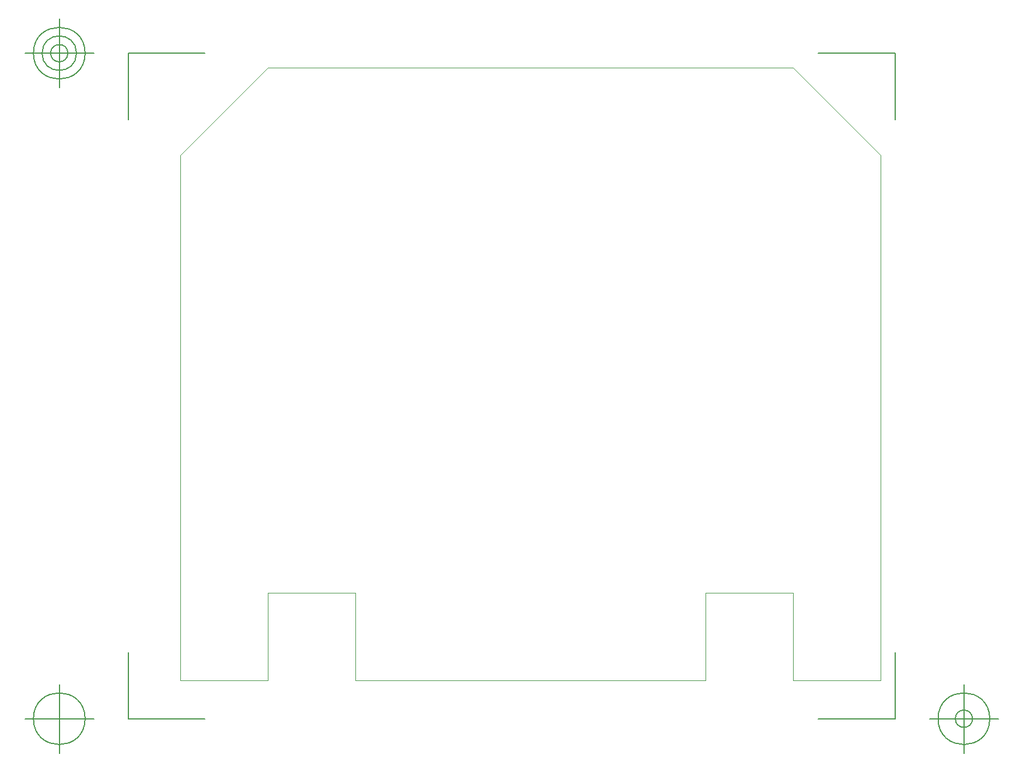
<source format=gbr>
G04 Generated by Ultiboard 12.0 *
%FSLAX25Y25*%
%MOIN*%

%ADD10C,0.00001*%
%ADD11C,0.00004*%
%ADD12C,0.00500*%


G04 ColorRGB 00FFFF for the following layer *
%LNBoard Outline*%
%LPD*%
G54D10*
G54D11*
X50000Y0D02*
X0Y0D01*
X0Y300000D01*
X50000Y50000D02*
X50000Y0D01*
X300000Y0D02*
X100000Y0D01*
X100000Y50000D01*
X300000Y50000D02*
X300000Y0D01*
X400000Y0D02*
X350000Y0D01*
X350000Y50000D01*
X400000Y300000D02*
X400000Y0D01*
X100000Y50000D02*
X50000Y50000D01*
X350000Y50000D02*
X300000Y50000D01*
X0Y300000D02*
X50000Y350000D01*
X350000Y350000D02*
X400000Y300000D01*
X50000Y350000D02*
X350000Y350000D01*
G54D12*
X-29612Y-21812D02*
X-29612Y16207D01*
X-29612Y-21812D02*
X14187Y-21812D01*
X408374Y-21812D02*
X364575Y-21812D01*
X408374Y-21812D02*
X408374Y16207D01*
X408374Y358374D02*
X408374Y320355D01*
X408374Y358374D02*
X364575Y358374D01*
X-29612Y358374D02*
X14187Y358374D01*
X-29612Y358374D02*
X-29612Y320355D01*
X-49297Y-21812D02*
X-88667Y-21812D01*
X-68982Y-41497D02*
X-68982Y-2127D01*
X-83746Y-21812D02*
G75*
D01*
G02X-83746Y-21812I14764J0*
G01*
X428059Y-21812D02*
X467429Y-21812D01*
X447744Y-41497D02*
X447744Y-2127D01*
X432980Y-21812D02*
G75*
D01*
G02X432980Y-21812I14764J0*
G01*
X442823Y-21812D02*
G75*
D01*
G02X442823Y-21812I4921J0*
G01*
X-49297Y358374D02*
X-88667Y358374D01*
X-68982Y338689D02*
X-68982Y378059D01*
X-83746Y358374D02*
G75*
D01*
G02X-83746Y358374I14764J0*
G01*
X-78824Y358374D02*
G75*
D01*
G02X-78824Y358374I9842J0*
G01*
X-73903Y358374D02*
G75*
D01*
G02X-73903Y358374I4921J0*
G01*

M00*

</source>
